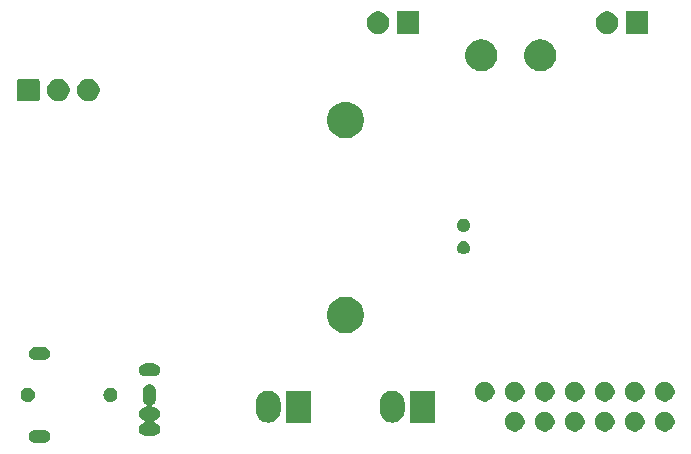
<source format=gbs>
G04 #@! TF.GenerationSoftware,KiCad,Pcbnew,5.0.2-bee76a0~70~ubuntu16.04.1*
G04 #@! TF.CreationDate,2019-02-20T18:18:52+05:30*
G04 #@! TF.ProjectId,senseBe_rev2,73656e73-6542-4655-9f72-6576322e6b69,rev?*
G04 #@! TF.SameCoordinates,Original*
G04 #@! TF.FileFunction,Soldermask,Bot*
G04 #@! TF.FilePolarity,Negative*
%FSLAX46Y46*%
G04 Gerber Fmt 4.6, Leading zero omitted, Abs format (unit mm)*
G04 Created by KiCad (PCBNEW 5.0.2-bee76a0~70~ubuntu16.04.1) date Wed Feb 20 18:18:52 2019*
%MOMM*%
%LPD*%
G01*
G04 APERTURE LIST*
%ADD10C,0.100000*%
G04 APERTURE END LIST*
D10*
G36*
X4558015Y-37956973D02*
X4661879Y-37988479D01*
X4757600Y-38039644D01*
X4841501Y-38108499D01*
X4910356Y-38192400D01*
X4961521Y-38288121D01*
X4993027Y-38391985D01*
X5003666Y-38500000D01*
X4993027Y-38608015D01*
X4961521Y-38711879D01*
X4910356Y-38807600D01*
X4841501Y-38891501D01*
X4757600Y-38960356D01*
X4661879Y-39011521D01*
X4558015Y-39043027D01*
X4477067Y-39051000D01*
X3722933Y-39051000D01*
X3641985Y-39043027D01*
X3538121Y-39011521D01*
X3442400Y-38960356D01*
X3358499Y-38891501D01*
X3289644Y-38807600D01*
X3238479Y-38711879D01*
X3206973Y-38608015D01*
X3196334Y-38500000D01*
X3206973Y-38391985D01*
X3238479Y-38288121D01*
X3289644Y-38192400D01*
X3358499Y-38108499D01*
X3442400Y-38039644D01*
X3538121Y-37988479D01*
X3641985Y-37956973D01*
X3722933Y-37949000D01*
X4477067Y-37949000D01*
X4558015Y-37956973D01*
X4558015Y-37956973D01*
G37*
G36*
X13508015Y-34106973D02*
X13611879Y-34138479D01*
X13707600Y-34189644D01*
X13791501Y-34258499D01*
X13860356Y-34342400D01*
X13911521Y-34438121D01*
X13943027Y-34541985D01*
X13951000Y-34622933D01*
X13951000Y-35377067D01*
X13943027Y-35458015D01*
X13911521Y-35561879D01*
X13860356Y-35657600D01*
X13791501Y-35741501D01*
X13707600Y-35810356D01*
X13701223Y-35813764D01*
X13680855Y-35827374D01*
X13663528Y-35844701D01*
X13649914Y-35865075D01*
X13640536Y-35887714D01*
X13635756Y-35911748D01*
X13635756Y-35936252D01*
X13640536Y-35960285D01*
X13649914Y-35982924D01*
X13663528Y-36003299D01*
X13680855Y-36020626D01*
X13701229Y-36034240D01*
X13723868Y-36043618D01*
X13747902Y-36048398D01*
X13760154Y-36049000D01*
X13777067Y-36049000D01*
X13858015Y-36056973D01*
X13961879Y-36088479D01*
X14057600Y-36139644D01*
X14141501Y-36208499D01*
X14210356Y-36292400D01*
X14261521Y-36388121D01*
X14293027Y-36491985D01*
X14303666Y-36600000D01*
X14293027Y-36708015D01*
X14261521Y-36811879D01*
X14210356Y-36907600D01*
X14141501Y-36991501D01*
X14057600Y-37060356D01*
X13961879Y-37111521D01*
X13899690Y-37130385D01*
X13877059Y-37139760D01*
X13856684Y-37153374D01*
X13839357Y-37170701D01*
X13825743Y-37191075D01*
X13816366Y-37213714D01*
X13811585Y-37237748D01*
X13811585Y-37262252D01*
X13816365Y-37286285D01*
X13825743Y-37308924D01*
X13839357Y-37329299D01*
X13856684Y-37346626D01*
X13877058Y-37360240D01*
X13899690Y-37369615D01*
X13961879Y-37388479D01*
X14057600Y-37439644D01*
X14141501Y-37508499D01*
X14210356Y-37592400D01*
X14261521Y-37688121D01*
X14293027Y-37791985D01*
X14303666Y-37900000D01*
X14293027Y-38008015D01*
X14261521Y-38111879D01*
X14210356Y-38207600D01*
X14141501Y-38291501D01*
X14057600Y-38360356D01*
X13961879Y-38411521D01*
X13858015Y-38443027D01*
X13777067Y-38451000D01*
X13022933Y-38451000D01*
X12941985Y-38443027D01*
X12838121Y-38411521D01*
X12742400Y-38360356D01*
X12658499Y-38291501D01*
X12589644Y-38207600D01*
X12538479Y-38111879D01*
X12506973Y-38008015D01*
X12496334Y-37900000D01*
X12506973Y-37791985D01*
X12538479Y-37688121D01*
X12589644Y-37592400D01*
X12658499Y-37508499D01*
X12742400Y-37439644D01*
X12838121Y-37388479D01*
X12900310Y-37369615D01*
X12922941Y-37360240D01*
X12943316Y-37346626D01*
X12960643Y-37329299D01*
X12974257Y-37308925D01*
X12983634Y-37286286D01*
X12988415Y-37262252D01*
X12988415Y-37237748D01*
X12983635Y-37213715D01*
X12974257Y-37191076D01*
X12960643Y-37170701D01*
X12943316Y-37153374D01*
X12922942Y-37139760D01*
X12900310Y-37130385D01*
X12838121Y-37111521D01*
X12742400Y-37060356D01*
X12658499Y-36991501D01*
X12589644Y-36907600D01*
X12538479Y-36811879D01*
X12506973Y-36708015D01*
X12496334Y-36600000D01*
X12506973Y-36491985D01*
X12538479Y-36388121D01*
X12589644Y-36292400D01*
X12658499Y-36208499D01*
X12742400Y-36139644D01*
X12838121Y-36088479D01*
X12941985Y-36056973D01*
X13022933Y-36049000D01*
X13039845Y-36049000D01*
X13064231Y-36046598D01*
X13087680Y-36039485D01*
X13109291Y-36027934D01*
X13128233Y-36012388D01*
X13143779Y-35993446D01*
X13155330Y-35971835D01*
X13162443Y-35948386D01*
X13164845Y-35924000D01*
X13162443Y-35899614D01*
X13155330Y-35876165D01*
X13143779Y-35854554D01*
X13128233Y-35835612D01*
X13109291Y-35820066D01*
X13098775Y-35813763D01*
X13092400Y-35810356D01*
X13008499Y-35741501D01*
X12939644Y-35657600D01*
X12888479Y-35561878D01*
X12856973Y-35458014D01*
X12849000Y-35377066D01*
X12849000Y-34622933D01*
X12856973Y-34541985D01*
X12859646Y-34533175D01*
X12888479Y-34438124D01*
X12888480Y-34438121D01*
X12939645Y-34342400D01*
X13008500Y-34258499D01*
X13092401Y-34189644D01*
X13188122Y-34138479D01*
X13291986Y-34106973D01*
X13400000Y-34096334D01*
X13508015Y-34106973D01*
X13508015Y-34106973D01*
G37*
G36*
X52188228Y-36451703D02*
X52343100Y-36515853D01*
X52482481Y-36608985D01*
X52601015Y-36727519D01*
X52694147Y-36866900D01*
X52758297Y-37021772D01*
X52791000Y-37186184D01*
X52791000Y-37353816D01*
X52758297Y-37518228D01*
X52694147Y-37673100D01*
X52601015Y-37812481D01*
X52482481Y-37931015D01*
X52343100Y-38024147D01*
X52188228Y-38088297D01*
X52023816Y-38121000D01*
X51856184Y-38121000D01*
X51691772Y-38088297D01*
X51536900Y-38024147D01*
X51397519Y-37931015D01*
X51278985Y-37812481D01*
X51185853Y-37673100D01*
X51121703Y-37518228D01*
X51089000Y-37353816D01*
X51089000Y-37186184D01*
X51121703Y-37021772D01*
X51185853Y-36866900D01*
X51278985Y-36727519D01*
X51397519Y-36608985D01*
X51536900Y-36515853D01*
X51691772Y-36451703D01*
X51856184Y-36419000D01*
X52023816Y-36419000D01*
X52188228Y-36451703D01*
X52188228Y-36451703D01*
G37*
G36*
X54728228Y-36451703D02*
X54883100Y-36515853D01*
X55022481Y-36608985D01*
X55141015Y-36727519D01*
X55234147Y-36866900D01*
X55298297Y-37021772D01*
X55331000Y-37186184D01*
X55331000Y-37353816D01*
X55298297Y-37518228D01*
X55234147Y-37673100D01*
X55141015Y-37812481D01*
X55022481Y-37931015D01*
X54883100Y-38024147D01*
X54728228Y-38088297D01*
X54563816Y-38121000D01*
X54396184Y-38121000D01*
X54231772Y-38088297D01*
X54076900Y-38024147D01*
X53937519Y-37931015D01*
X53818985Y-37812481D01*
X53725853Y-37673100D01*
X53661703Y-37518228D01*
X53629000Y-37353816D01*
X53629000Y-37186184D01*
X53661703Y-37021772D01*
X53725853Y-36866900D01*
X53818985Y-36727519D01*
X53937519Y-36608985D01*
X54076900Y-36515853D01*
X54231772Y-36451703D01*
X54396184Y-36419000D01*
X54563816Y-36419000D01*
X54728228Y-36451703D01*
X54728228Y-36451703D01*
G37*
G36*
X49648228Y-36451703D02*
X49803100Y-36515853D01*
X49942481Y-36608985D01*
X50061015Y-36727519D01*
X50154147Y-36866900D01*
X50218297Y-37021772D01*
X50251000Y-37186184D01*
X50251000Y-37353816D01*
X50218297Y-37518228D01*
X50154147Y-37673100D01*
X50061015Y-37812481D01*
X49942481Y-37931015D01*
X49803100Y-38024147D01*
X49648228Y-38088297D01*
X49483816Y-38121000D01*
X49316184Y-38121000D01*
X49151772Y-38088297D01*
X48996900Y-38024147D01*
X48857519Y-37931015D01*
X48738985Y-37812481D01*
X48645853Y-37673100D01*
X48581703Y-37518228D01*
X48549000Y-37353816D01*
X48549000Y-37186184D01*
X48581703Y-37021772D01*
X48645853Y-36866900D01*
X48738985Y-36727519D01*
X48857519Y-36608985D01*
X48996900Y-36515853D01*
X49151772Y-36451703D01*
X49316184Y-36419000D01*
X49483816Y-36419000D01*
X49648228Y-36451703D01*
X49648228Y-36451703D01*
G37*
G36*
X47108228Y-36451703D02*
X47263100Y-36515853D01*
X47402481Y-36608985D01*
X47521015Y-36727519D01*
X47614147Y-36866900D01*
X47678297Y-37021772D01*
X47711000Y-37186184D01*
X47711000Y-37353816D01*
X47678297Y-37518228D01*
X47614147Y-37673100D01*
X47521015Y-37812481D01*
X47402481Y-37931015D01*
X47263100Y-38024147D01*
X47108228Y-38088297D01*
X46943816Y-38121000D01*
X46776184Y-38121000D01*
X46611772Y-38088297D01*
X46456900Y-38024147D01*
X46317519Y-37931015D01*
X46198985Y-37812481D01*
X46105853Y-37673100D01*
X46041703Y-37518228D01*
X46009000Y-37353816D01*
X46009000Y-37186184D01*
X46041703Y-37021772D01*
X46105853Y-36866900D01*
X46198985Y-36727519D01*
X46317519Y-36608985D01*
X46456900Y-36515853D01*
X46611772Y-36451703D01*
X46776184Y-36419000D01*
X46943816Y-36419000D01*
X47108228Y-36451703D01*
X47108228Y-36451703D01*
G37*
G36*
X44568228Y-36451703D02*
X44723100Y-36515853D01*
X44862481Y-36608985D01*
X44981015Y-36727519D01*
X45074147Y-36866900D01*
X45138297Y-37021772D01*
X45171000Y-37186184D01*
X45171000Y-37353816D01*
X45138297Y-37518228D01*
X45074147Y-37673100D01*
X44981015Y-37812481D01*
X44862481Y-37931015D01*
X44723100Y-38024147D01*
X44568228Y-38088297D01*
X44403816Y-38121000D01*
X44236184Y-38121000D01*
X44071772Y-38088297D01*
X43916900Y-38024147D01*
X43777519Y-37931015D01*
X43658985Y-37812481D01*
X43565853Y-37673100D01*
X43501703Y-37518228D01*
X43469000Y-37353816D01*
X43469000Y-37186184D01*
X43501703Y-37021772D01*
X43565853Y-36866900D01*
X43658985Y-36727519D01*
X43777519Y-36608985D01*
X43916900Y-36515853D01*
X44071772Y-36451703D01*
X44236184Y-36419000D01*
X44403816Y-36419000D01*
X44568228Y-36451703D01*
X44568228Y-36451703D01*
G37*
G36*
X57268228Y-36451703D02*
X57423100Y-36515853D01*
X57562481Y-36608985D01*
X57681015Y-36727519D01*
X57774147Y-36866900D01*
X57838297Y-37021772D01*
X57871000Y-37186184D01*
X57871000Y-37353816D01*
X57838297Y-37518228D01*
X57774147Y-37673100D01*
X57681015Y-37812481D01*
X57562481Y-37931015D01*
X57423100Y-38024147D01*
X57268228Y-38088297D01*
X57103816Y-38121000D01*
X56936184Y-38121000D01*
X56771772Y-38088297D01*
X56616900Y-38024147D01*
X56477519Y-37931015D01*
X56358985Y-37812481D01*
X56265853Y-37673100D01*
X56201703Y-37518228D01*
X56169000Y-37353816D01*
X56169000Y-37186184D01*
X56201703Y-37021772D01*
X56265853Y-36866900D01*
X56358985Y-36727519D01*
X56477519Y-36608985D01*
X56616900Y-36515853D01*
X56771772Y-36451703D01*
X56936184Y-36419000D01*
X57103816Y-36419000D01*
X57268228Y-36451703D01*
X57268228Y-36451703D01*
G37*
G36*
X34166032Y-34664207D02*
X34364146Y-34724305D01*
X34546729Y-34821897D01*
X34706765Y-34953235D01*
X34838103Y-35113271D01*
X34871260Y-35175305D01*
X34935695Y-35295853D01*
X34960331Y-35377067D01*
X34995793Y-35493969D01*
X35011000Y-35648371D01*
X35011000Y-36351630D01*
X34995793Y-36506032D01*
X34935695Y-36704146D01*
X34838103Y-36886729D01*
X34820974Y-36907601D01*
X34706768Y-37046762D01*
X34706766Y-37046763D01*
X34706765Y-37046765D01*
X34546729Y-37178103D01*
X34364145Y-37275695D01*
X34166031Y-37335793D01*
X33960000Y-37356085D01*
X33753968Y-37335793D01*
X33555854Y-37275695D01*
X33373271Y-37178103D01*
X33309257Y-37125568D01*
X33213238Y-37046768D01*
X33213237Y-37046766D01*
X33213235Y-37046765D01*
X33081897Y-36886729D01*
X32990224Y-36715219D01*
X32984306Y-36704147D01*
X32984305Y-36704145D01*
X32924207Y-36506031D01*
X32909000Y-36351629D01*
X32909000Y-35648370D01*
X32924207Y-35493968D01*
X32964273Y-35361892D01*
X32984306Y-35295852D01*
X33081899Y-35113269D01*
X33213236Y-34953235D01*
X33373270Y-34821899D01*
X33373272Y-34821897D01*
X33555855Y-34724305D01*
X33753969Y-34664207D01*
X33960000Y-34643915D01*
X34166032Y-34664207D01*
X34166032Y-34664207D01*
G37*
G36*
X23666032Y-34664207D02*
X23864146Y-34724305D01*
X24046729Y-34821897D01*
X24206765Y-34953235D01*
X24338103Y-35113271D01*
X24371260Y-35175305D01*
X24435695Y-35295853D01*
X24460331Y-35377067D01*
X24495793Y-35493969D01*
X24511000Y-35648371D01*
X24511000Y-36351630D01*
X24495793Y-36506032D01*
X24435695Y-36704146D01*
X24338103Y-36886729D01*
X24320974Y-36907601D01*
X24206768Y-37046762D01*
X24206766Y-37046763D01*
X24206765Y-37046765D01*
X24046729Y-37178103D01*
X23864145Y-37275695D01*
X23666031Y-37335793D01*
X23460000Y-37356085D01*
X23253968Y-37335793D01*
X23055854Y-37275695D01*
X22873271Y-37178103D01*
X22809257Y-37125568D01*
X22713238Y-37046768D01*
X22713237Y-37046766D01*
X22713235Y-37046765D01*
X22581897Y-36886729D01*
X22490224Y-36715219D01*
X22484306Y-36704147D01*
X22484305Y-36704145D01*
X22424207Y-36506031D01*
X22409000Y-36351629D01*
X22409000Y-35648370D01*
X22424207Y-35493968D01*
X22464273Y-35361892D01*
X22484306Y-35295852D01*
X22581899Y-35113269D01*
X22713236Y-34953235D01*
X22873270Y-34821899D01*
X22873272Y-34821897D01*
X23055855Y-34724305D01*
X23253969Y-34664207D01*
X23460000Y-34643915D01*
X23666032Y-34664207D01*
X23666032Y-34664207D01*
G37*
G36*
X27051000Y-37351000D02*
X24949000Y-37351000D01*
X24949000Y-34649000D01*
X27051000Y-34649000D01*
X27051000Y-37351000D01*
X27051000Y-37351000D01*
G37*
G36*
X37551000Y-37351000D02*
X35449000Y-37351000D01*
X35449000Y-34649000D01*
X37551000Y-34649000D01*
X37551000Y-37351000D01*
X37551000Y-37351000D01*
G37*
G36*
X3275305Y-34422096D02*
X3384680Y-34467400D01*
X3483118Y-34533175D01*
X3566825Y-34616882D01*
X3632600Y-34715320D01*
X3677904Y-34824695D01*
X3701000Y-34940806D01*
X3701000Y-35059194D01*
X3677904Y-35175305D01*
X3632600Y-35284680D01*
X3566825Y-35383118D01*
X3483118Y-35466825D01*
X3384680Y-35532600D01*
X3275305Y-35577904D01*
X3159194Y-35601000D01*
X3040806Y-35601000D01*
X2924695Y-35577904D01*
X2815320Y-35532600D01*
X2716882Y-35466825D01*
X2633175Y-35383118D01*
X2567400Y-35284680D01*
X2522096Y-35175305D01*
X2499000Y-35059194D01*
X2499000Y-34940806D01*
X2522096Y-34824695D01*
X2567400Y-34715320D01*
X2633175Y-34616882D01*
X2716882Y-34533175D01*
X2815320Y-34467400D01*
X2924695Y-34422096D01*
X3040806Y-34399000D01*
X3159194Y-34399000D01*
X3275305Y-34422096D01*
X3275305Y-34422096D01*
G37*
G36*
X10275305Y-34422096D02*
X10384680Y-34467400D01*
X10483118Y-34533175D01*
X10566825Y-34616882D01*
X10632600Y-34715320D01*
X10677904Y-34824695D01*
X10701000Y-34940806D01*
X10701000Y-35059194D01*
X10677904Y-35175305D01*
X10632600Y-35284680D01*
X10566825Y-35383118D01*
X10483118Y-35466825D01*
X10384680Y-35532600D01*
X10275305Y-35577904D01*
X10159194Y-35601000D01*
X10040806Y-35601000D01*
X9924695Y-35577904D01*
X9815320Y-35532600D01*
X9716882Y-35466825D01*
X9633175Y-35383118D01*
X9567400Y-35284680D01*
X9522096Y-35175305D01*
X9499000Y-35059194D01*
X9499000Y-34940806D01*
X9522096Y-34824695D01*
X9567400Y-34715320D01*
X9633175Y-34616882D01*
X9716882Y-34533175D01*
X9815320Y-34467400D01*
X9924695Y-34422096D01*
X10040806Y-34399000D01*
X10159194Y-34399000D01*
X10275305Y-34422096D01*
X10275305Y-34422096D01*
G37*
G36*
X57268228Y-33911703D02*
X57423100Y-33975853D01*
X57562481Y-34068985D01*
X57681015Y-34187519D01*
X57774147Y-34326900D01*
X57838297Y-34481772D01*
X57871000Y-34646184D01*
X57871000Y-34813816D01*
X57838297Y-34978228D01*
X57774147Y-35133100D01*
X57681015Y-35272481D01*
X57562481Y-35391015D01*
X57423100Y-35484147D01*
X57268228Y-35548297D01*
X57103816Y-35581000D01*
X56936184Y-35581000D01*
X56771772Y-35548297D01*
X56616900Y-35484147D01*
X56477519Y-35391015D01*
X56358985Y-35272481D01*
X56265853Y-35133100D01*
X56201703Y-34978228D01*
X56169000Y-34813816D01*
X56169000Y-34646184D01*
X56201703Y-34481772D01*
X56265853Y-34326900D01*
X56358985Y-34187519D01*
X56477519Y-34068985D01*
X56616900Y-33975853D01*
X56771772Y-33911703D01*
X56936184Y-33879000D01*
X57103816Y-33879000D01*
X57268228Y-33911703D01*
X57268228Y-33911703D01*
G37*
G36*
X54728228Y-33911703D02*
X54883100Y-33975853D01*
X55022481Y-34068985D01*
X55141015Y-34187519D01*
X55234147Y-34326900D01*
X55298297Y-34481772D01*
X55331000Y-34646184D01*
X55331000Y-34813816D01*
X55298297Y-34978228D01*
X55234147Y-35133100D01*
X55141015Y-35272481D01*
X55022481Y-35391015D01*
X54883100Y-35484147D01*
X54728228Y-35548297D01*
X54563816Y-35581000D01*
X54396184Y-35581000D01*
X54231772Y-35548297D01*
X54076900Y-35484147D01*
X53937519Y-35391015D01*
X53818985Y-35272481D01*
X53725853Y-35133100D01*
X53661703Y-34978228D01*
X53629000Y-34813816D01*
X53629000Y-34646184D01*
X53661703Y-34481772D01*
X53725853Y-34326900D01*
X53818985Y-34187519D01*
X53937519Y-34068985D01*
X54076900Y-33975853D01*
X54231772Y-33911703D01*
X54396184Y-33879000D01*
X54563816Y-33879000D01*
X54728228Y-33911703D01*
X54728228Y-33911703D01*
G37*
G36*
X42028228Y-33911703D02*
X42183100Y-33975853D01*
X42322481Y-34068985D01*
X42441015Y-34187519D01*
X42534147Y-34326900D01*
X42598297Y-34481772D01*
X42631000Y-34646184D01*
X42631000Y-34813816D01*
X42598297Y-34978228D01*
X42534147Y-35133100D01*
X42441015Y-35272481D01*
X42322481Y-35391015D01*
X42183100Y-35484147D01*
X42028228Y-35548297D01*
X41863816Y-35581000D01*
X41696184Y-35581000D01*
X41531772Y-35548297D01*
X41376900Y-35484147D01*
X41237519Y-35391015D01*
X41118985Y-35272481D01*
X41025853Y-35133100D01*
X40961703Y-34978228D01*
X40929000Y-34813816D01*
X40929000Y-34646184D01*
X40961703Y-34481772D01*
X41025853Y-34326900D01*
X41118985Y-34187519D01*
X41237519Y-34068985D01*
X41376900Y-33975853D01*
X41531772Y-33911703D01*
X41696184Y-33879000D01*
X41863816Y-33879000D01*
X42028228Y-33911703D01*
X42028228Y-33911703D01*
G37*
G36*
X47108228Y-33911703D02*
X47263100Y-33975853D01*
X47402481Y-34068985D01*
X47521015Y-34187519D01*
X47614147Y-34326900D01*
X47678297Y-34481772D01*
X47711000Y-34646184D01*
X47711000Y-34813816D01*
X47678297Y-34978228D01*
X47614147Y-35133100D01*
X47521015Y-35272481D01*
X47402481Y-35391015D01*
X47263100Y-35484147D01*
X47108228Y-35548297D01*
X46943816Y-35581000D01*
X46776184Y-35581000D01*
X46611772Y-35548297D01*
X46456900Y-35484147D01*
X46317519Y-35391015D01*
X46198985Y-35272481D01*
X46105853Y-35133100D01*
X46041703Y-34978228D01*
X46009000Y-34813816D01*
X46009000Y-34646184D01*
X46041703Y-34481772D01*
X46105853Y-34326900D01*
X46198985Y-34187519D01*
X46317519Y-34068985D01*
X46456900Y-33975853D01*
X46611772Y-33911703D01*
X46776184Y-33879000D01*
X46943816Y-33879000D01*
X47108228Y-33911703D01*
X47108228Y-33911703D01*
G37*
G36*
X44568228Y-33911703D02*
X44723100Y-33975853D01*
X44862481Y-34068985D01*
X44981015Y-34187519D01*
X45074147Y-34326900D01*
X45138297Y-34481772D01*
X45171000Y-34646184D01*
X45171000Y-34813816D01*
X45138297Y-34978228D01*
X45074147Y-35133100D01*
X44981015Y-35272481D01*
X44862481Y-35391015D01*
X44723100Y-35484147D01*
X44568228Y-35548297D01*
X44403816Y-35581000D01*
X44236184Y-35581000D01*
X44071772Y-35548297D01*
X43916900Y-35484147D01*
X43777519Y-35391015D01*
X43658985Y-35272481D01*
X43565853Y-35133100D01*
X43501703Y-34978228D01*
X43469000Y-34813816D01*
X43469000Y-34646184D01*
X43501703Y-34481772D01*
X43565853Y-34326900D01*
X43658985Y-34187519D01*
X43777519Y-34068985D01*
X43916900Y-33975853D01*
X44071772Y-33911703D01*
X44236184Y-33879000D01*
X44403816Y-33879000D01*
X44568228Y-33911703D01*
X44568228Y-33911703D01*
G37*
G36*
X52188228Y-33911703D02*
X52343100Y-33975853D01*
X52482481Y-34068985D01*
X52601015Y-34187519D01*
X52694147Y-34326900D01*
X52758297Y-34481772D01*
X52791000Y-34646184D01*
X52791000Y-34813816D01*
X52758297Y-34978228D01*
X52694147Y-35133100D01*
X52601015Y-35272481D01*
X52482481Y-35391015D01*
X52343100Y-35484147D01*
X52188228Y-35548297D01*
X52023816Y-35581000D01*
X51856184Y-35581000D01*
X51691772Y-35548297D01*
X51536900Y-35484147D01*
X51397519Y-35391015D01*
X51278985Y-35272481D01*
X51185853Y-35133100D01*
X51121703Y-34978228D01*
X51089000Y-34813816D01*
X51089000Y-34646184D01*
X51121703Y-34481772D01*
X51185853Y-34326900D01*
X51278985Y-34187519D01*
X51397519Y-34068985D01*
X51536900Y-33975853D01*
X51691772Y-33911703D01*
X51856184Y-33879000D01*
X52023816Y-33879000D01*
X52188228Y-33911703D01*
X52188228Y-33911703D01*
G37*
G36*
X49648228Y-33911703D02*
X49803100Y-33975853D01*
X49942481Y-34068985D01*
X50061015Y-34187519D01*
X50154147Y-34326900D01*
X50218297Y-34481772D01*
X50251000Y-34646184D01*
X50251000Y-34813816D01*
X50218297Y-34978228D01*
X50154147Y-35133100D01*
X50061015Y-35272481D01*
X49942481Y-35391015D01*
X49803100Y-35484147D01*
X49648228Y-35548297D01*
X49483816Y-35581000D01*
X49316184Y-35581000D01*
X49151772Y-35548297D01*
X48996900Y-35484147D01*
X48857519Y-35391015D01*
X48738985Y-35272481D01*
X48645853Y-35133100D01*
X48581703Y-34978228D01*
X48549000Y-34813816D01*
X48549000Y-34646184D01*
X48581703Y-34481772D01*
X48645853Y-34326900D01*
X48738985Y-34187519D01*
X48857519Y-34068985D01*
X48996900Y-33975853D01*
X49151772Y-33911703D01*
X49316184Y-33879000D01*
X49483816Y-33879000D01*
X49648228Y-33911703D01*
X49648228Y-33911703D01*
G37*
G36*
X13858015Y-32356973D02*
X13961879Y-32388479D01*
X14057600Y-32439644D01*
X14141501Y-32508499D01*
X14210356Y-32592400D01*
X14261521Y-32688121D01*
X14293027Y-32791985D01*
X14303666Y-32900000D01*
X14293027Y-33008015D01*
X14261521Y-33111879D01*
X14210356Y-33207600D01*
X14141501Y-33291501D01*
X14057600Y-33360356D01*
X13961879Y-33411521D01*
X13858015Y-33443027D01*
X13777067Y-33451000D01*
X13022933Y-33451000D01*
X12941985Y-33443027D01*
X12838121Y-33411521D01*
X12742400Y-33360356D01*
X12658499Y-33291501D01*
X12589644Y-33207600D01*
X12538479Y-33111879D01*
X12506973Y-33008015D01*
X12496334Y-32900000D01*
X12506973Y-32791985D01*
X12538479Y-32688121D01*
X12589644Y-32592400D01*
X12658499Y-32508499D01*
X12742400Y-32439644D01*
X12838121Y-32388479D01*
X12941985Y-32356973D01*
X13022933Y-32349000D01*
X13777067Y-32349000D01*
X13858015Y-32356973D01*
X13858015Y-32356973D01*
G37*
G36*
X4558015Y-30956973D02*
X4661879Y-30988479D01*
X4757600Y-31039644D01*
X4841501Y-31108499D01*
X4910356Y-31192400D01*
X4961521Y-31288121D01*
X4993027Y-31391985D01*
X5003666Y-31500000D01*
X4993027Y-31608015D01*
X4961521Y-31711879D01*
X4910356Y-31807600D01*
X4841501Y-31891501D01*
X4757600Y-31960356D01*
X4661879Y-32011521D01*
X4558015Y-32043027D01*
X4477067Y-32051000D01*
X3722933Y-32051000D01*
X3641985Y-32043027D01*
X3538121Y-32011521D01*
X3442400Y-31960356D01*
X3358499Y-31891501D01*
X3289644Y-31807600D01*
X3238479Y-31711879D01*
X3206973Y-31608015D01*
X3196334Y-31500000D01*
X3206973Y-31391985D01*
X3238479Y-31288121D01*
X3289644Y-31192400D01*
X3358499Y-31108499D01*
X3442400Y-31039644D01*
X3538121Y-30988479D01*
X3641985Y-30956973D01*
X3722933Y-30949000D01*
X4477067Y-30949000D01*
X4558015Y-30956973D01*
X4558015Y-30956973D01*
G37*
G36*
X30352527Y-26738736D02*
X30452410Y-26758604D01*
X30734674Y-26875521D01*
X30988705Y-27045259D01*
X31204741Y-27261295D01*
X31374479Y-27515326D01*
X31491396Y-27797590D01*
X31551000Y-28097240D01*
X31551000Y-28402760D01*
X31491396Y-28702410D01*
X31374479Y-28984674D01*
X31204741Y-29238705D01*
X30988705Y-29454741D01*
X30734674Y-29624479D01*
X30452410Y-29741396D01*
X30352527Y-29761264D01*
X30152762Y-29801000D01*
X29847238Y-29801000D01*
X29647473Y-29761264D01*
X29547590Y-29741396D01*
X29265326Y-29624479D01*
X29011295Y-29454741D01*
X28795259Y-29238705D01*
X28625521Y-28984674D01*
X28508604Y-28702410D01*
X28449000Y-28402760D01*
X28449000Y-28097240D01*
X28508604Y-27797590D01*
X28625521Y-27515326D01*
X28795259Y-27261295D01*
X29011295Y-27045259D01*
X29265326Y-26875521D01*
X29547590Y-26758604D01*
X29647473Y-26738736D01*
X29847238Y-26699000D01*
X30152762Y-26699000D01*
X30352527Y-26738736D01*
X30352527Y-26738736D01*
G37*
G36*
X40160721Y-22020174D02*
X40260995Y-22061709D01*
X40351245Y-22122012D01*
X40427988Y-22198755D01*
X40488291Y-22289005D01*
X40529826Y-22389279D01*
X40551000Y-22495730D01*
X40551000Y-22604270D01*
X40529826Y-22710721D01*
X40488291Y-22810995D01*
X40427988Y-22901245D01*
X40351245Y-22977988D01*
X40260995Y-23038291D01*
X40160721Y-23079826D01*
X40054270Y-23101000D01*
X39945730Y-23101000D01*
X39839279Y-23079826D01*
X39739005Y-23038291D01*
X39648755Y-22977988D01*
X39572012Y-22901245D01*
X39511709Y-22810995D01*
X39470174Y-22710721D01*
X39449000Y-22604270D01*
X39449000Y-22495730D01*
X39470174Y-22389279D01*
X39511709Y-22289005D01*
X39572012Y-22198755D01*
X39648755Y-22122012D01*
X39739005Y-22061709D01*
X39839279Y-22020174D01*
X39945730Y-21999000D01*
X40054270Y-21999000D01*
X40160721Y-22020174D01*
X40160721Y-22020174D01*
G37*
G36*
X40160721Y-20120174D02*
X40260995Y-20161709D01*
X40351245Y-20222012D01*
X40427988Y-20298755D01*
X40488291Y-20389005D01*
X40529826Y-20489279D01*
X40551000Y-20595730D01*
X40551000Y-20704270D01*
X40529826Y-20810721D01*
X40488291Y-20910995D01*
X40427988Y-21001245D01*
X40351245Y-21077988D01*
X40260995Y-21138291D01*
X40160721Y-21179826D01*
X40054270Y-21201000D01*
X39945730Y-21201000D01*
X39839279Y-21179826D01*
X39739005Y-21138291D01*
X39648755Y-21077988D01*
X39572012Y-21001245D01*
X39511709Y-20910995D01*
X39470174Y-20810721D01*
X39449000Y-20704270D01*
X39449000Y-20595730D01*
X39470174Y-20489279D01*
X39511709Y-20389005D01*
X39572012Y-20298755D01*
X39648755Y-20222012D01*
X39739005Y-20161709D01*
X39839279Y-20120174D01*
X39945730Y-20099000D01*
X40054270Y-20099000D01*
X40160721Y-20120174D01*
X40160721Y-20120174D01*
G37*
G36*
X30352527Y-10238736D02*
X30452410Y-10258604D01*
X30734674Y-10375521D01*
X30988705Y-10545259D01*
X31204741Y-10761295D01*
X31374479Y-11015326D01*
X31491396Y-11297590D01*
X31551000Y-11597240D01*
X31551000Y-11902760D01*
X31491396Y-12202410D01*
X31374479Y-12484674D01*
X31204741Y-12738705D01*
X30988705Y-12954741D01*
X30734674Y-13124479D01*
X30452410Y-13241396D01*
X30352527Y-13261264D01*
X30152762Y-13301000D01*
X29847238Y-13301000D01*
X29647473Y-13261264D01*
X29547590Y-13241396D01*
X29265326Y-13124479D01*
X29011295Y-12954741D01*
X28795259Y-12738705D01*
X28625521Y-12484674D01*
X28508604Y-12202410D01*
X28449000Y-11902760D01*
X28449000Y-11597240D01*
X28508604Y-11297590D01*
X28625521Y-11015326D01*
X28795259Y-10761295D01*
X29011295Y-10545259D01*
X29265326Y-10375521D01*
X29547590Y-10258604D01*
X29647473Y-10238736D01*
X29847238Y-10199000D01*
X30152762Y-10199000D01*
X30352527Y-10238736D01*
X30352527Y-10238736D01*
G37*
G36*
X5967396Y-8285546D02*
X6140466Y-8357234D01*
X6296230Y-8461312D01*
X6428688Y-8593770D01*
X6532766Y-8749534D01*
X6604454Y-8922604D01*
X6641000Y-9106333D01*
X6641000Y-9293667D01*
X6604454Y-9477396D01*
X6532766Y-9650466D01*
X6428688Y-9806230D01*
X6296230Y-9938688D01*
X6140466Y-10042766D01*
X5967396Y-10114454D01*
X5783667Y-10151000D01*
X5596333Y-10151000D01*
X5412604Y-10114454D01*
X5239534Y-10042766D01*
X5083770Y-9938688D01*
X4951312Y-9806230D01*
X4847234Y-9650466D01*
X4775546Y-9477396D01*
X4739000Y-9293667D01*
X4739000Y-9106333D01*
X4775546Y-8922604D01*
X4847234Y-8749534D01*
X4951312Y-8593770D01*
X5083770Y-8461312D01*
X5239534Y-8357234D01*
X5412604Y-8285546D01*
X5596333Y-8249000D01*
X5783667Y-8249000D01*
X5967396Y-8285546D01*
X5967396Y-8285546D01*
G37*
G36*
X8507396Y-8285546D02*
X8680466Y-8357234D01*
X8836230Y-8461312D01*
X8968688Y-8593770D01*
X9072766Y-8749534D01*
X9144454Y-8922604D01*
X9181000Y-9106333D01*
X9181000Y-9293667D01*
X9144454Y-9477396D01*
X9072766Y-9650466D01*
X8968688Y-9806230D01*
X8836230Y-9938688D01*
X8680466Y-10042766D01*
X8507396Y-10114454D01*
X8323667Y-10151000D01*
X8136333Y-10151000D01*
X7952604Y-10114454D01*
X7779534Y-10042766D01*
X7623770Y-9938688D01*
X7491312Y-9806230D01*
X7387234Y-9650466D01*
X7315546Y-9477396D01*
X7279000Y-9293667D01*
X7279000Y-9106333D01*
X7315546Y-8922604D01*
X7387234Y-8749534D01*
X7491312Y-8593770D01*
X7623770Y-8461312D01*
X7779534Y-8357234D01*
X7952604Y-8285546D01*
X8136333Y-8249000D01*
X8323667Y-8249000D01*
X8507396Y-8285546D01*
X8507396Y-8285546D01*
G37*
G36*
X3960721Y-8252939D02*
X3993279Y-8262815D01*
X4023276Y-8278848D01*
X4049571Y-8300429D01*
X4071152Y-8326724D01*
X4087185Y-8356721D01*
X4097061Y-8389279D01*
X4101000Y-8429269D01*
X4101000Y-9970731D01*
X4097061Y-10010721D01*
X4087185Y-10043279D01*
X4071152Y-10073276D01*
X4049571Y-10099571D01*
X4023276Y-10121152D01*
X3993279Y-10137185D01*
X3960721Y-10147061D01*
X3920731Y-10151000D01*
X2379269Y-10151000D01*
X2339279Y-10147061D01*
X2306721Y-10137185D01*
X2276724Y-10121152D01*
X2250429Y-10099571D01*
X2228848Y-10073276D01*
X2212815Y-10043279D01*
X2202939Y-10010721D01*
X2199000Y-9970731D01*
X2199000Y-8429269D01*
X2202939Y-8389279D01*
X2212815Y-8356721D01*
X2228848Y-8326724D01*
X2250429Y-8300429D01*
X2276724Y-8278848D01*
X2306721Y-8262815D01*
X2339279Y-8252939D01*
X2379269Y-8249000D01*
X3920731Y-8249000D01*
X3960721Y-8252939D01*
X3960721Y-8252939D01*
G37*
G36*
X41763567Y-4924959D02*
X41894072Y-4950918D01*
X42139939Y-5052759D01*
X42360464Y-5200110D01*
X42361215Y-5200612D01*
X42549388Y-5388785D01*
X42549390Y-5388788D01*
X42697241Y-5610061D01*
X42799082Y-5855928D01*
X42851000Y-6116938D01*
X42851000Y-6383062D01*
X42799082Y-6644072D01*
X42697241Y-6889939D01*
X42549890Y-7110464D01*
X42549388Y-7111215D01*
X42361215Y-7299388D01*
X42361212Y-7299390D01*
X42139939Y-7447241D01*
X41894072Y-7549082D01*
X41763567Y-7575041D01*
X41633063Y-7601000D01*
X41366937Y-7601000D01*
X41236433Y-7575041D01*
X41105928Y-7549082D01*
X40860061Y-7447241D01*
X40638788Y-7299390D01*
X40638785Y-7299388D01*
X40450612Y-7111215D01*
X40450110Y-7110464D01*
X40302759Y-6889939D01*
X40200918Y-6644072D01*
X40149000Y-6383062D01*
X40149000Y-6116938D01*
X40200918Y-5855928D01*
X40302759Y-5610061D01*
X40450610Y-5388788D01*
X40450612Y-5388785D01*
X40638785Y-5200612D01*
X40639536Y-5200110D01*
X40860061Y-5052759D01*
X41105928Y-4950918D01*
X41236433Y-4924959D01*
X41366937Y-4899000D01*
X41633063Y-4899000D01*
X41763567Y-4924959D01*
X41763567Y-4924959D01*
G37*
G36*
X46763567Y-4924959D02*
X46894072Y-4950918D01*
X47139939Y-5052759D01*
X47360464Y-5200110D01*
X47361215Y-5200612D01*
X47549388Y-5388785D01*
X47549390Y-5388788D01*
X47697241Y-5610061D01*
X47799082Y-5855928D01*
X47851000Y-6116938D01*
X47851000Y-6383062D01*
X47799082Y-6644072D01*
X47697241Y-6889939D01*
X47549890Y-7110464D01*
X47549388Y-7111215D01*
X47361215Y-7299388D01*
X47361212Y-7299390D01*
X47139939Y-7447241D01*
X46894072Y-7549082D01*
X46763567Y-7575041D01*
X46633063Y-7601000D01*
X46366937Y-7601000D01*
X46236433Y-7575041D01*
X46105928Y-7549082D01*
X45860061Y-7447241D01*
X45638788Y-7299390D01*
X45638785Y-7299388D01*
X45450612Y-7111215D01*
X45450110Y-7110464D01*
X45302759Y-6889939D01*
X45200918Y-6644072D01*
X45149000Y-6383062D01*
X45149000Y-6116938D01*
X45200918Y-5855928D01*
X45302759Y-5610061D01*
X45450610Y-5388788D01*
X45450612Y-5388785D01*
X45638785Y-5200612D01*
X45639536Y-5200110D01*
X45860061Y-5052759D01*
X46105928Y-4950918D01*
X46236433Y-4924959D01*
X46366937Y-4899000D01*
X46633063Y-4899000D01*
X46763567Y-4924959D01*
X46763567Y-4924959D01*
G37*
G36*
X52437396Y-2585546D02*
X52610466Y-2657234D01*
X52766230Y-2761312D01*
X52898688Y-2893770D01*
X53002766Y-3049534D01*
X53074454Y-3222604D01*
X53111000Y-3406333D01*
X53111000Y-3593667D01*
X53074454Y-3777396D01*
X53002766Y-3950466D01*
X52898688Y-4106230D01*
X52766230Y-4238688D01*
X52610466Y-4342766D01*
X52437396Y-4414454D01*
X52253667Y-4451000D01*
X52066333Y-4451000D01*
X51882604Y-4414454D01*
X51709534Y-4342766D01*
X51553770Y-4238688D01*
X51421312Y-4106230D01*
X51317234Y-3950466D01*
X51245546Y-3777396D01*
X51209000Y-3593667D01*
X51209000Y-3406333D01*
X51245546Y-3222604D01*
X51317234Y-3049534D01*
X51421312Y-2893770D01*
X51553770Y-2761312D01*
X51709534Y-2657234D01*
X51882604Y-2585546D01*
X52066333Y-2549000D01*
X52253667Y-2549000D01*
X52437396Y-2585546D01*
X52437396Y-2585546D01*
G37*
G36*
X55651000Y-4451000D02*
X53749000Y-4451000D01*
X53749000Y-2549000D01*
X55651000Y-2549000D01*
X55651000Y-4451000D01*
X55651000Y-4451000D01*
G37*
G36*
X36251000Y-4451000D02*
X34349000Y-4451000D01*
X34349000Y-2549000D01*
X36251000Y-2549000D01*
X36251000Y-4451000D01*
X36251000Y-4451000D01*
G37*
G36*
X33037396Y-2585546D02*
X33210466Y-2657234D01*
X33366230Y-2761312D01*
X33498688Y-2893770D01*
X33602766Y-3049534D01*
X33674454Y-3222604D01*
X33711000Y-3406333D01*
X33711000Y-3593667D01*
X33674454Y-3777396D01*
X33602766Y-3950466D01*
X33498688Y-4106230D01*
X33366230Y-4238688D01*
X33210466Y-4342766D01*
X33037396Y-4414454D01*
X32853667Y-4451000D01*
X32666333Y-4451000D01*
X32482604Y-4414454D01*
X32309534Y-4342766D01*
X32153770Y-4238688D01*
X32021312Y-4106230D01*
X31917234Y-3950466D01*
X31845546Y-3777396D01*
X31809000Y-3593667D01*
X31809000Y-3406333D01*
X31845546Y-3222604D01*
X31917234Y-3049534D01*
X32021312Y-2893770D01*
X32153770Y-2761312D01*
X32309534Y-2657234D01*
X32482604Y-2585546D01*
X32666333Y-2549000D01*
X32853667Y-2549000D01*
X33037396Y-2585546D01*
X33037396Y-2585546D01*
G37*
M02*

</source>
